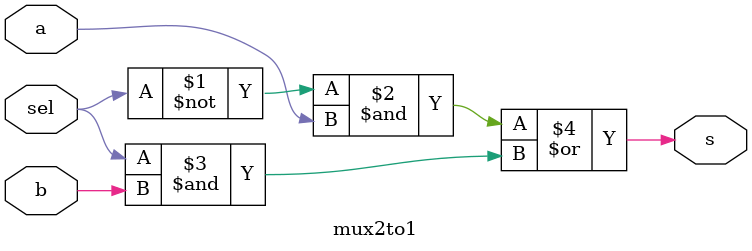
<source format=v>
module mux2to1 (
    input a, b, sel,
    output s
);
    
assign s = (~sel) & a | sel & b; 

endmodule
</source>
